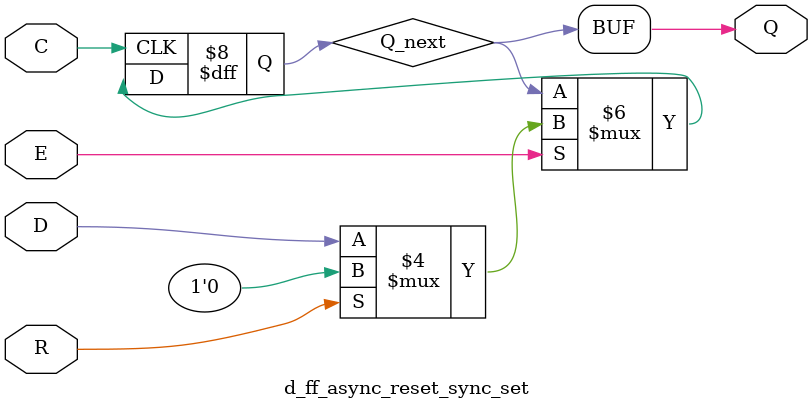
<source format=v>

module d_ff_async_reset_sync_set (
  input D,
  input C,
  input R,
  input E,
  output Q
);

  reg Q_next;

  always @ (posedge C or negedge E) begin
    if (!E) begin
      Q_next <= Q_next;
    end else if (R) begin
      Q_next <= 1'b0;
    end else begin
      Q_next <= D;
    end
  end

  assign Q = Q_next;

endmodule
</source>
